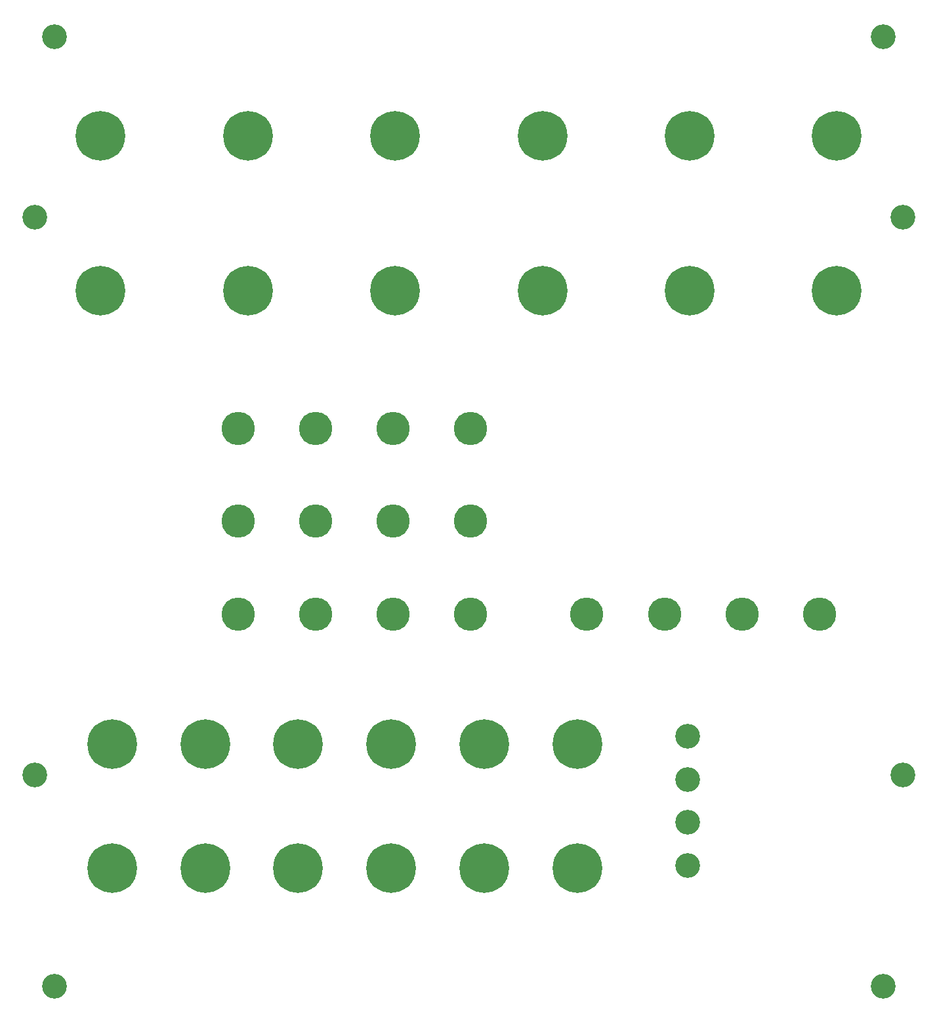
<source format=gbr>
%TF.GenerationSoftware,KiCad,Pcbnew,7.0.2*%
%TF.CreationDate,2023-09-05T13:57:42+01:00*%
%TF.ProjectId,dk2_02_panel,646b325f-3032-45f7-9061-6e656c2e6b69,rev?*%
%TF.SameCoordinates,Original*%
%TF.FileFunction,Soldermask,Bot*%
%TF.FilePolarity,Negative*%
%FSLAX46Y46*%
G04 Gerber Fmt 4.6, Leading zero omitted, Abs format (unit mm)*
G04 Created by KiCad (PCBNEW 7.0.2) date 2023-09-05 13:57:42*
%MOMM*%
%LPD*%
G01*
G04 APERTURE LIST*
%ADD10C,3.200000*%
%ADD11C,6.400000*%
%ADD12C,4.300000*%
G04 APERTURE END LIST*
D10*
%TO.C,H4*%
X133450000Y-147250000D03*
%TD*%
D11*
%TO.C,H14*%
X94000000Y-116000000D03*
%TD*%
D12*
%TO.C,H35*%
X115250000Y-99250000D03*
%TD*%
D11*
%TO.C,H42*%
X127500000Y-37500000D03*
%TD*%
%TO.C,H38*%
X51500000Y-37500000D03*
%TD*%
%TO.C,H12*%
X70000000Y-116000000D03*
%TD*%
%TO.C,H20*%
X82000000Y-132000000D03*
%TD*%
%TO.C,H16*%
X94000000Y-132000000D03*
%TD*%
D12*
%TO.C,H23*%
X70250000Y-75250000D03*
%TD*%
D10*
%TO.C,H6*%
X136000000Y-48000000D03*
%TD*%
D11*
%TO.C,H18*%
X58000000Y-132000000D03*
%TD*%
%TO.C,H39*%
X70500000Y-37500000D03*
%TD*%
D10*
%TO.C,H51*%
X108250000Y-126100000D03*
%TD*%
%TO.C,H49*%
X108250000Y-115000000D03*
%TD*%
D11*
%TO.C,H9*%
X34000000Y-116000000D03*
%TD*%
%TO.C,H17*%
X46000000Y-132000000D03*
%TD*%
%TO.C,H43*%
X32500000Y-57500000D03*
%TD*%
%TO.C,H44*%
X51500000Y-57500000D03*
%TD*%
D10*
%TO.C,H3*%
X26550000Y-147250000D03*
%TD*%
D11*
%TO.C,H11*%
X58000000Y-116000000D03*
%TD*%
D12*
%TO.C,H33*%
X95250000Y-99250000D03*
%TD*%
D11*
%TO.C,H19*%
X70000000Y-132000000D03*
%TD*%
D12*
%TO.C,H31*%
X70250000Y-99250000D03*
%TD*%
D10*
%TO.C,H5*%
X24000000Y-48000000D03*
%TD*%
D11*
%TO.C,H15*%
X34000000Y-132000000D03*
%TD*%
D12*
%TO.C,H24*%
X80250000Y-75250000D03*
%TD*%
D11*
%TO.C,H45*%
X70500000Y-57500000D03*
%TD*%
%TO.C,H37*%
X32500000Y-37500000D03*
%TD*%
D10*
%TO.C,H7*%
X24000000Y-120000000D03*
%TD*%
D12*
%TO.C,H34*%
X105250000Y-99250000D03*
%TD*%
%TO.C,H28*%
X80250000Y-87250000D03*
%TD*%
D10*
%TO.C,H2*%
X133450000Y-24750000D03*
%TD*%
D11*
%TO.C,H48*%
X127500000Y-57500000D03*
%TD*%
D12*
%TO.C,H27*%
X70250000Y-87250000D03*
%TD*%
D11*
%TO.C,H40*%
X89500000Y-37500000D03*
%TD*%
%TO.C,H47*%
X108500000Y-57500000D03*
%TD*%
D12*
%TO.C,H25*%
X50250000Y-87250000D03*
%TD*%
D10*
%TO.C,H50*%
X108250000Y-120550000D03*
%TD*%
%TO.C,H8*%
X136000000Y-120000000D03*
%TD*%
D11*
%TO.C,H10*%
X46000000Y-116000000D03*
%TD*%
D12*
%TO.C,H32*%
X80250000Y-99250000D03*
%TD*%
%TO.C,H26*%
X60250000Y-87250000D03*
%TD*%
D11*
%TO.C,H13*%
X82000000Y-116000000D03*
%TD*%
D12*
%TO.C,H21*%
X50250000Y-75250000D03*
%TD*%
%TO.C,H30*%
X60250000Y-99250000D03*
%TD*%
D10*
%TO.C,H1*%
X26550000Y-24750000D03*
%TD*%
D12*
%TO.C,H22*%
X60250000Y-75250000D03*
%TD*%
D10*
%TO.C,H52*%
X108250000Y-131650000D03*
%TD*%
D12*
%TO.C,H36*%
X125250000Y-99250000D03*
%TD*%
D11*
%TO.C,H46*%
X89500000Y-57500000D03*
%TD*%
%TO.C,H41*%
X108500000Y-37500000D03*
%TD*%
D12*
%TO.C,H29*%
X50250000Y-99250000D03*
%TD*%
M02*

</source>
